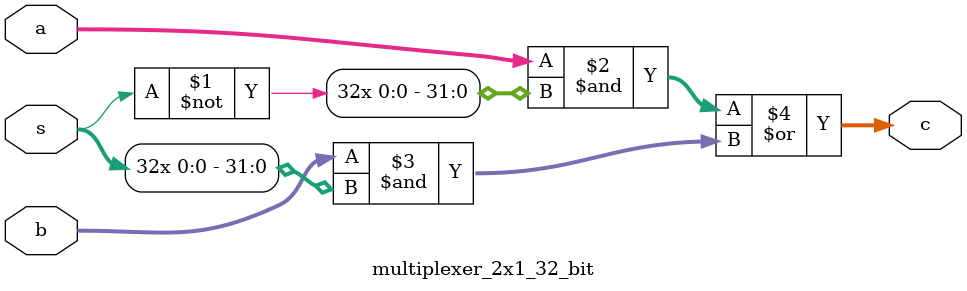
<source format=v>
`timescale 1ns / 1ps

module multiplexer_2x1_32_bit(input s, input [31 : 0] a, input [31 : 0] b, output [31 : 0] c);
	
	//s=0 -> a, s=1 -> b 
	assign c = (a & {32{~s}}) | (b & {32{s}});
	
endmodule
</source>
